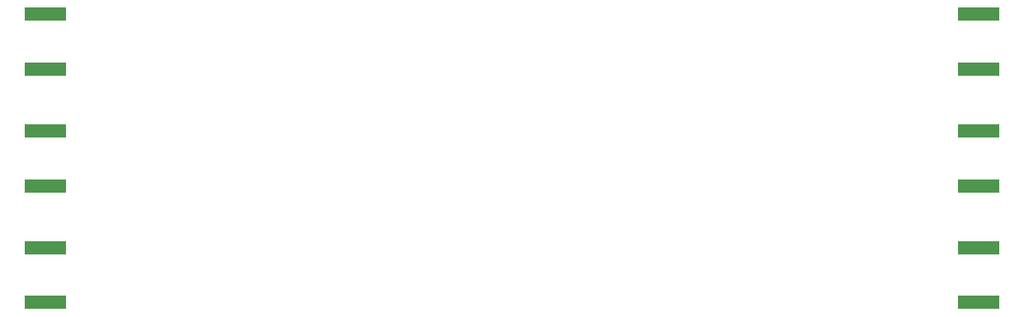
<source format=gbs>
G04 #@! TF.GenerationSoftware,KiCad,Pcbnew,5.1.6-c6e7f7d~86~ubuntu18.04.1*
G04 #@! TF.CreationDate,2020-07-08T22:14:40-04:00*
G04 #@! TF.ProjectId,microstrip_tests,6d696372-6f73-4747-9269-705f74657374,rev?*
G04 #@! TF.SameCoordinates,Original*
G04 #@! TF.FileFunction,Soldermask,Bot*
G04 #@! TF.FilePolarity,Negative*
%FSLAX46Y46*%
G04 Gerber Fmt 4.6, Leading zero omitted, Abs format (unit mm)*
G04 Created by KiCad (PCBNEW 5.1.6-c6e7f7d~86~ubuntu18.04.1) date 2020-07-08 22:14:40*
%MOMM*%
%LPD*%
G01*
G04 APERTURE LIST*
%ADD10R,4.300000X1.450000*%
G04 APERTURE END LIST*
D10*
G04 #@! TO.C,J5*
X92100000Y-103062000D03*
X92100000Y-97412000D03*
G04 #@! TD*
G04 #@! TO.C,J1*
X187900000Y-85412000D03*
X187900000Y-91062000D03*
G04 #@! TD*
G04 #@! TO.C,J2*
X92100000Y-109411000D03*
X92100000Y-115061000D03*
G04 #@! TD*
G04 #@! TO.C,J3*
X187900000Y-103062000D03*
X187900000Y-97412000D03*
G04 #@! TD*
G04 #@! TO.C,J4*
X187900000Y-109411000D03*
X187900000Y-115061000D03*
G04 #@! TD*
G04 #@! TO.C,J6*
X92100000Y-85412000D03*
X92100000Y-91062000D03*
G04 #@! TD*
M02*

</source>
